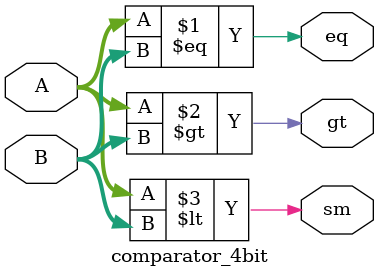
<source format=v>
module comparator_4bit(eq, gt, sm, A, B);

	input [3:0] A,B;
	output eq, gt, sm;

    assign eq = (A == B);
    assign gt = (A > B);
    assign sm = (A < B);

endmodule
</source>
